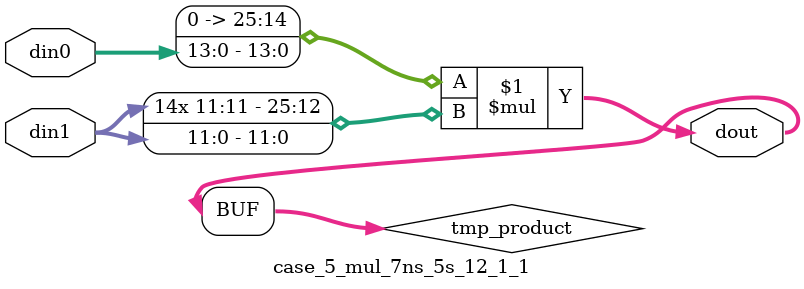
<source format=v>

`timescale 1 ns / 1 ps

 (* use_dsp = "no" *)  module case_5_mul_7ns_5s_12_1_1(din0, din1, dout);
parameter ID = 1;
parameter NUM_STAGE = 0;
parameter din0_WIDTH = 14;
parameter din1_WIDTH = 12;
parameter dout_WIDTH = 26;

input [din0_WIDTH - 1 : 0] din0; 
input [din1_WIDTH - 1 : 0] din1; 
output [dout_WIDTH - 1 : 0] dout;

wire signed [dout_WIDTH - 1 : 0] tmp_product;

























assign tmp_product = $signed({1'b0, din0}) * $signed(din1);










assign dout = tmp_product;





















endmodule

</source>
